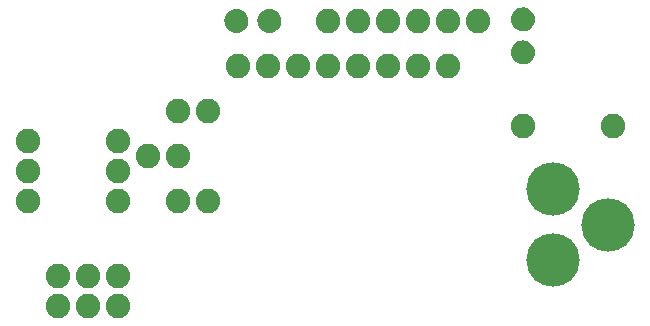
<source format=gbr>
G04 EAGLE Gerber RS-274X export*
G75*
%MOMM*%
%FSLAX34Y34*%
%LPD*%
%INSoldermask Bottom*%
%IPPOS*%
%AMOC8*
5,1,8,0,0,1.08239X$1,22.5*%
G01*
%ADD10C,2.082800*%
%ADD11C,4.521200*%

G36*
X317990Y396359D02*
X317990Y396359D01*
X318033Y396371D01*
X318099Y396380D01*
X319716Y396834D01*
X319757Y396853D01*
X319785Y396862D01*
X319795Y396864D01*
X319799Y396866D01*
X319820Y396873D01*
X321334Y397601D01*
X321370Y397627D01*
X321429Y397657D01*
X322794Y398638D01*
X322825Y398670D01*
X322878Y398710D01*
X324052Y399912D01*
X324077Y399949D01*
X324122Y399997D01*
X325069Y401385D01*
X325087Y401426D01*
X325123Y401482D01*
X325815Y403013D01*
X325826Y403056D01*
X325852Y403117D01*
X326267Y404746D01*
X326270Y404790D01*
X326285Y404855D01*
X326411Y406530D01*
X326407Y406577D01*
X326409Y406649D01*
X326204Y408485D01*
X326190Y408531D01*
X326178Y408606D01*
X325618Y410367D01*
X325595Y410409D01*
X325569Y410481D01*
X324676Y412098D01*
X324646Y412136D01*
X324606Y412201D01*
X323415Y413613D01*
X323378Y413644D01*
X323326Y413700D01*
X321882Y414853D01*
X321840Y414876D01*
X321778Y414920D01*
X320137Y415769D01*
X320091Y415784D01*
X320022Y415815D01*
X318247Y416328D01*
X318199Y416333D01*
X318124Y416351D01*
X316284Y416507D01*
X316240Y416503D01*
X316175Y416507D01*
X314344Y416347D01*
X314298Y416334D01*
X314222Y416324D01*
X312458Y415810D01*
X312414Y415789D01*
X312342Y415764D01*
X310712Y414915D01*
X310674Y414886D01*
X310608Y414847D01*
X309175Y413697D01*
X309143Y413661D01*
X309086Y413610D01*
X307905Y412202D01*
X307881Y412161D01*
X307835Y412100D01*
X307625Y411718D01*
X306951Y410488D01*
X306936Y410443D01*
X306902Y410374D01*
X306350Y408621D01*
X306344Y408574D01*
X306324Y408500D01*
X306125Y406673D01*
X306128Y406627D01*
X306122Y406558D01*
X306245Y404882D01*
X306256Y404839D01*
X306262Y404773D01*
X306674Y403143D01*
X306692Y403103D01*
X306710Y403039D01*
X307398Y401506D01*
X307423Y401469D01*
X307452Y401409D01*
X308396Y400019D01*
X308427Y399987D01*
X308465Y399933D01*
X309636Y398727D01*
X309673Y398701D01*
X309720Y398655D01*
X311082Y397671D01*
X311123Y397652D01*
X311177Y397615D01*
X312690Y396882D01*
X312733Y396870D01*
X312744Y396865D01*
X312771Y396852D01*
X312776Y396851D01*
X312793Y396843D01*
X314410Y396385D01*
X314455Y396380D01*
X314519Y396364D01*
X316191Y396193D01*
X316239Y396197D01*
X316318Y396193D01*
X317990Y396359D01*
G37*
G36*
X345981Y396359D02*
X345981Y396359D01*
X346024Y396371D01*
X346090Y396380D01*
X347707Y396834D01*
X347748Y396853D01*
X347776Y396862D01*
X347786Y396864D01*
X347790Y396866D01*
X347811Y396873D01*
X349325Y397601D01*
X349361Y397627D01*
X349420Y397657D01*
X350785Y398638D01*
X350816Y398670D01*
X350869Y398710D01*
X352043Y399912D01*
X352068Y399949D01*
X352113Y399997D01*
X353060Y401385D01*
X353078Y401426D01*
X353114Y401482D01*
X353806Y403013D01*
X353817Y403056D01*
X353843Y403117D01*
X354258Y404746D01*
X354261Y404790D01*
X354276Y404855D01*
X354402Y406530D01*
X354398Y406577D01*
X354400Y406649D01*
X354195Y408485D01*
X354181Y408531D01*
X354169Y408606D01*
X353609Y410367D01*
X353586Y410409D01*
X353560Y410481D01*
X352667Y412098D01*
X352637Y412136D01*
X352597Y412201D01*
X351406Y413613D01*
X351369Y413644D01*
X351317Y413700D01*
X349873Y414853D01*
X349831Y414876D01*
X349769Y414920D01*
X348128Y415769D01*
X348082Y415784D01*
X348013Y415815D01*
X346238Y416328D01*
X346190Y416333D01*
X346115Y416351D01*
X344275Y416507D01*
X344231Y416503D01*
X344166Y416507D01*
X342335Y416347D01*
X342289Y416334D01*
X342213Y416324D01*
X340449Y415810D01*
X340405Y415789D01*
X340333Y415764D01*
X338703Y414915D01*
X338665Y414886D01*
X338599Y414847D01*
X337166Y413697D01*
X337134Y413661D01*
X337077Y413610D01*
X335896Y412202D01*
X335872Y412161D01*
X335826Y412100D01*
X335616Y411718D01*
X334942Y410488D01*
X334927Y410443D01*
X334893Y410374D01*
X334341Y408621D01*
X334335Y408574D01*
X334315Y408500D01*
X334116Y406673D01*
X334119Y406627D01*
X334113Y406558D01*
X334236Y404882D01*
X334247Y404839D01*
X334253Y404773D01*
X334665Y403143D01*
X334683Y403103D01*
X334701Y403039D01*
X335389Y401506D01*
X335414Y401469D01*
X335443Y401409D01*
X336387Y400019D01*
X336418Y399987D01*
X336456Y399933D01*
X337627Y398727D01*
X337664Y398701D01*
X337711Y398655D01*
X339073Y397671D01*
X339114Y397652D01*
X339168Y397615D01*
X340681Y396882D01*
X340724Y396870D01*
X340735Y396865D01*
X340762Y396852D01*
X340767Y396851D01*
X340784Y396843D01*
X342401Y396385D01*
X342446Y396380D01*
X342510Y396364D01*
X344182Y396193D01*
X344230Y396197D01*
X344309Y396193D01*
X345981Y396359D01*
G37*
G36*
X560318Y397736D02*
X560318Y397736D01*
X560361Y397747D01*
X560427Y397753D01*
X562057Y398165D01*
X562097Y398183D01*
X562161Y398201D01*
X563694Y398889D01*
X563731Y398914D01*
X563791Y398943D01*
X565181Y399887D01*
X565213Y399918D01*
X565267Y399956D01*
X566473Y401127D01*
X566499Y401164D01*
X566545Y401211D01*
X567529Y402573D01*
X567548Y402614D01*
X567585Y402668D01*
X568318Y404181D01*
X568330Y404224D01*
X568357Y404284D01*
X568815Y405901D01*
X568820Y405946D01*
X568836Y406010D01*
X569007Y407682D01*
X569003Y407730D01*
X569007Y407809D01*
X568841Y409481D01*
X568829Y409524D01*
X568820Y409590D01*
X568366Y411207D01*
X568347Y411248D01*
X568327Y411311D01*
X567599Y412825D01*
X567573Y412861D01*
X567543Y412920D01*
X566562Y414285D01*
X566530Y414316D01*
X566490Y414369D01*
X565288Y415543D01*
X565251Y415568D01*
X565203Y415613D01*
X563815Y416560D01*
X563774Y416578D01*
X563718Y416614D01*
X562187Y417306D01*
X562144Y417317D01*
X562083Y417343D01*
X560454Y417758D01*
X560410Y417761D01*
X560345Y417776D01*
X558670Y417902D01*
X558623Y417898D01*
X558551Y417900D01*
X556716Y417695D01*
X556669Y417681D01*
X556594Y417669D01*
X554833Y417109D01*
X554791Y417086D01*
X554719Y417060D01*
X553102Y416167D01*
X553064Y416137D01*
X552999Y416097D01*
X551587Y414906D01*
X551556Y414869D01*
X551500Y414817D01*
X550347Y413373D01*
X550325Y413331D01*
X550280Y413269D01*
X549431Y411628D01*
X549417Y411582D01*
X549385Y411513D01*
X548872Y409738D01*
X548867Y409690D01*
X548850Y409615D01*
X548693Y407775D01*
X548697Y407731D01*
X548693Y407666D01*
X548853Y405835D01*
X548866Y405789D01*
X548874Y405728D01*
X548874Y405726D01*
X548876Y405713D01*
X549390Y403949D01*
X549411Y403905D01*
X549436Y403833D01*
X550285Y402203D01*
X550314Y402165D01*
X550353Y402099D01*
X551503Y400666D01*
X551539Y400634D01*
X551590Y400577D01*
X552998Y399396D01*
X553039Y399372D01*
X553100Y399326D01*
X554712Y398442D01*
X554757Y398427D01*
X554826Y398393D01*
X556579Y397841D01*
X556626Y397835D01*
X556700Y397815D01*
X558527Y397616D01*
X558573Y397619D01*
X558642Y397613D01*
X560318Y397736D01*
G37*
G36*
X560318Y369745D02*
X560318Y369745D01*
X560361Y369756D01*
X560427Y369762D01*
X562057Y370174D01*
X562097Y370192D01*
X562161Y370210D01*
X563694Y370898D01*
X563731Y370923D01*
X563791Y370952D01*
X565181Y371896D01*
X565213Y371927D01*
X565267Y371965D01*
X566473Y373136D01*
X566499Y373173D01*
X566545Y373220D01*
X567529Y374582D01*
X567548Y374623D01*
X567585Y374677D01*
X568318Y376190D01*
X568330Y376233D01*
X568357Y376293D01*
X568815Y377910D01*
X568820Y377955D01*
X568836Y378019D01*
X569007Y379691D01*
X569003Y379739D01*
X569007Y379818D01*
X568841Y381490D01*
X568829Y381533D01*
X568820Y381599D01*
X568366Y383216D01*
X568347Y383257D01*
X568327Y383320D01*
X567599Y384834D01*
X567573Y384870D01*
X567543Y384929D01*
X566562Y386294D01*
X566530Y386325D01*
X566490Y386378D01*
X565288Y387552D01*
X565251Y387577D01*
X565203Y387622D01*
X563815Y388569D01*
X563774Y388587D01*
X563718Y388623D01*
X562187Y389315D01*
X562144Y389326D01*
X562083Y389352D01*
X560454Y389767D01*
X560410Y389770D01*
X560345Y389785D01*
X558670Y389911D01*
X558623Y389907D01*
X558551Y389909D01*
X556716Y389704D01*
X556669Y389690D01*
X556594Y389678D01*
X554833Y389118D01*
X554791Y389095D01*
X554719Y389069D01*
X553102Y388176D01*
X553064Y388146D01*
X552999Y388106D01*
X551587Y386915D01*
X551556Y386878D01*
X551500Y386826D01*
X550347Y385382D01*
X550325Y385340D01*
X550280Y385278D01*
X549431Y383637D01*
X549417Y383591D01*
X549385Y383522D01*
X548872Y381747D01*
X548867Y381699D01*
X548850Y381624D01*
X548693Y379784D01*
X548697Y379740D01*
X548693Y379675D01*
X548853Y377844D01*
X548866Y377798D01*
X548874Y377737D01*
X548874Y377735D01*
X548876Y377722D01*
X549390Y375958D01*
X549411Y375914D01*
X549436Y375842D01*
X550285Y374212D01*
X550314Y374174D01*
X550353Y374108D01*
X551503Y372675D01*
X551539Y372643D01*
X551590Y372586D01*
X552998Y371405D01*
X553039Y371381D01*
X553100Y371335D01*
X554712Y370451D01*
X554757Y370436D01*
X554826Y370402D01*
X556579Y369850D01*
X556626Y369844D01*
X556700Y369824D01*
X558527Y369625D01*
X558573Y369628D01*
X558642Y369622D01*
X560318Y369745D01*
G37*
D10*
X292100Y330200D03*
X266700Y330200D03*
X292100Y254000D03*
X266700Y254000D03*
X266700Y292100D03*
X241300Y292100D03*
D11*
X584200Y264000D03*
X584200Y204000D03*
X631200Y234000D03*
D10*
X393700Y406400D03*
X419100Y406400D03*
X444500Y406400D03*
X469900Y406400D03*
X495300Y406400D03*
X520700Y406400D03*
X215900Y190500D03*
X215900Y165100D03*
X190500Y190500D03*
X190500Y165100D03*
X165100Y190500D03*
X165100Y165100D03*
X495300Y368300D03*
X469900Y368300D03*
X444500Y368300D03*
X419100Y368300D03*
X393700Y368300D03*
X368300Y368300D03*
X342900Y368300D03*
X317500Y368300D03*
X139700Y254000D03*
X215900Y254000D03*
X139700Y279400D03*
X215900Y279400D03*
X139700Y304800D03*
X215900Y304800D03*
X558800Y317500D03*
X635000Y317500D03*
M02*

</source>
